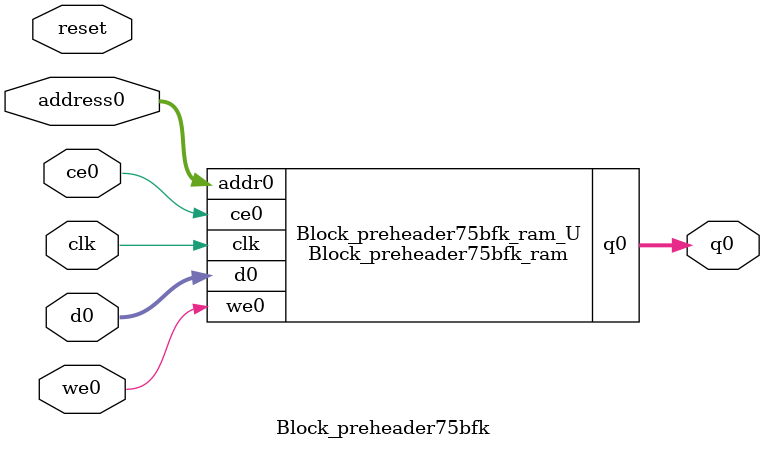
<source format=v>
`timescale 1 ns / 1 ps
module Block_preheader75bfk_ram (addr0, ce0, d0, we0, q0,  clk);

parameter DWIDTH = 5;
parameter AWIDTH = 10;
parameter MEM_SIZE = 924;

input[AWIDTH-1:0] addr0;
input ce0;
input[DWIDTH-1:0] d0;
input we0;
output reg[DWIDTH-1:0] q0;
input clk;

(* ram_style = "block" *)reg [DWIDTH-1:0] ram[0:MEM_SIZE-1];




always @(posedge clk)  
begin 
    if (ce0) begin
        if (we0) 
            ram[addr0] <= d0; 
        q0 <= ram[addr0];
    end
end


endmodule

`timescale 1 ns / 1 ps
module Block_preheader75bfk(
    reset,
    clk,
    address0,
    ce0,
    we0,
    d0,
    q0);

parameter DataWidth = 32'd5;
parameter AddressRange = 32'd924;
parameter AddressWidth = 32'd10;
input reset;
input clk;
input[AddressWidth - 1:0] address0;
input ce0;
input we0;
input[DataWidth - 1:0] d0;
output[DataWidth - 1:0] q0;



Block_preheader75bfk_ram Block_preheader75bfk_ram_U(
    .clk( clk ),
    .addr0( address0 ),
    .ce0( ce0 ),
    .we0( we0 ),
    .d0( d0 ),
    .q0( q0 ));

endmodule


</source>
